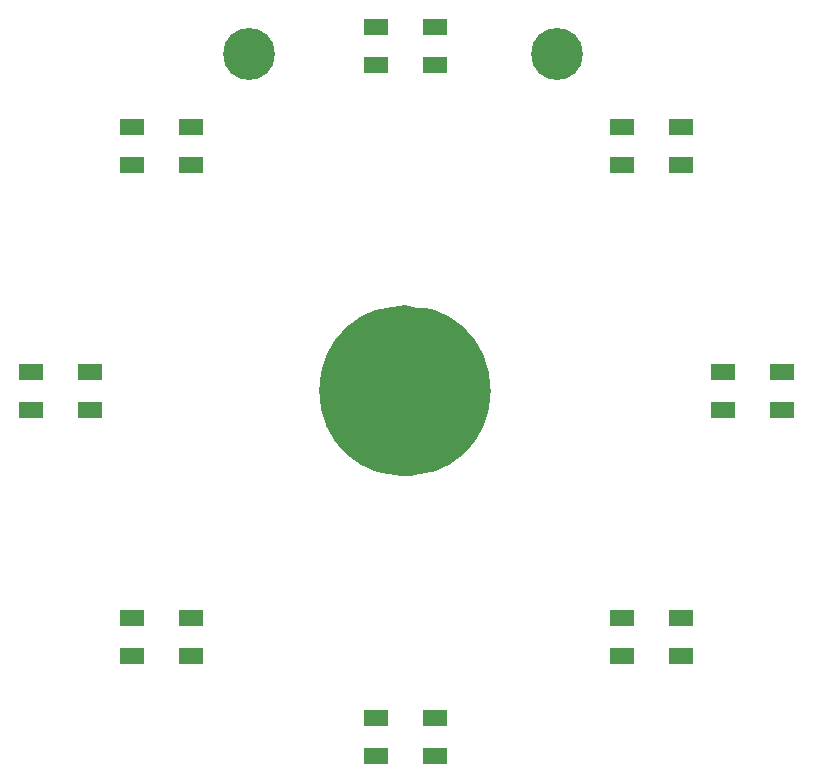
<source format=gbr>
G04 #@! TF.FileFunction,Soldermask,Top*
%FSLAX46Y46*%
G04 Gerber Fmt 4.6, Leading zero omitted, Abs format (unit mm)*
G04 Created by KiCad (PCBNEW 4.0.2-stable) date 7/20/2016 11:09:08 PM*
%MOMM*%
G01*
G04 APERTURE LIST*
%ADD10C,0.100000*%
%ADD11C,7.239000*%
%ADD12C,4.400000*%
%ADD13C,1.900000*%
%ADD14R,2.000000X1.400000*%
G04 APERTURE END LIST*
D10*
D11*
X148844000Y-105029000D02*
G75*
G03X148844000Y-105029000I-3619500J0D01*
G01*
D12*
X158076000Y-76524000D03*
X132041000Y-76524000D03*
D13*
X145288000Y-111252000D03*
D14*
X127087000Y-127457000D03*
X127087000Y-124257000D03*
X122087000Y-127457000D03*
X122087000Y-124257000D03*
X118578000Y-106629000D03*
X118578000Y-103429000D03*
X113578000Y-106629000D03*
X113578000Y-103429000D03*
X127087000Y-85928000D03*
X127087000Y-82728000D03*
X122087000Y-85928000D03*
X122087000Y-82728000D03*
X147788000Y-77419000D03*
X147788000Y-74219000D03*
X142788000Y-77419000D03*
X142788000Y-74219000D03*
X168616000Y-85928000D03*
X168616000Y-82728000D03*
X163616000Y-85928000D03*
X163616000Y-82728000D03*
X177125000Y-106629000D03*
X177125000Y-103429000D03*
X172125000Y-106629000D03*
X172125000Y-103429000D03*
X168616000Y-127457000D03*
X168616000Y-124257000D03*
X163616000Y-127457000D03*
X163616000Y-124257000D03*
X147788000Y-135966000D03*
X147788000Y-132766000D03*
X142788000Y-135966000D03*
X142788000Y-132766000D03*
M02*

</source>
